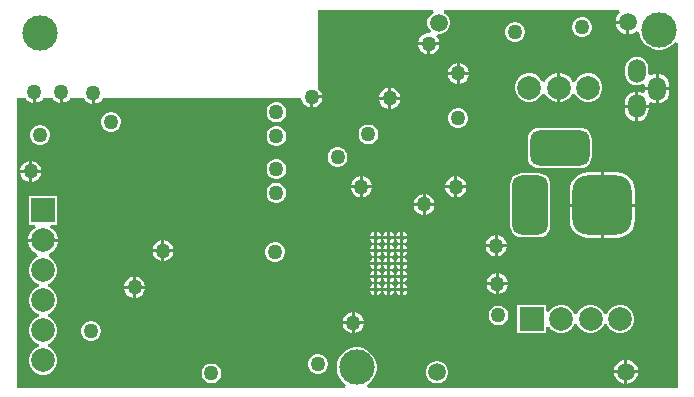
<source format=gbr>
%TF.GenerationSoftware,Altium Limited,Altium Designer,23.4.1 (23)*%
G04 Layer_Physical_Order=3*
G04 Layer_Color=16440176*
%FSLAX45Y45*%
%MOMM*%
%TF.SameCoordinates,95043EA5-DFE4-4E97-A360-3BE786514F03*%
%TF.FilePolarity,Positive*%
%TF.FileFunction,Copper,L3,Inr,Signal*%
%TF.Part,Single*%
G01*
G75*
%TA.AperFunction,ComponentPad*%
%ADD26C,2.00000*%
%ADD27R,2.00000X2.00000*%
%TA.AperFunction,ViaPad*%
%ADD28C,3.00000*%
%TA.AperFunction,ComponentPad*%
%ADD29O,1.50000X1.52400*%
%ADD30C,1.50000*%
%ADD31O,1.50000X2.00000*%
G04:AMPARAMS|DCode=32|XSize=5mm|YSize=3mm|CornerRadius=0.75mm|HoleSize=0mm|Usage=FLASHONLY|Rotation=180.000|XOffset=0mm|YOffset=0mm|HoleType=Round|Shape=RoundedRectangle|*
%AMROUNDEDRECTD32*
21,1,5.00000,1.50000,0,0,180.0*
21,1,3.50000,3.00000,0,0,180.0*
1,1,1.50000,-1.75000,0.75000*
1,1,1.50000,1.75000,0.75000*
1,1,1.50000,1.75000,-0.75000*
1,1,1.50000,-1.75000,-0.75000*
%
%ADD32ROUNDEDRECTD32*%
G04:AMPARAMS|DCode=33|XSize=3mm|YSize=5mm|CornerRadius=0.75mm|HoleSize=0mm|Usage=FLASHONLY|Rotation=180.000|XOffset=0mm|YOffset=0mm|HoleType=Round|Shape=RoundedRectangle|*
%AMROUNDEDRECTD33*
21,1,3.00000,3.50000,0,0,180.0*
21,1,1.50000,5.00000,0,0,180.0*
1,1,1.50000,-0.75000,1.75000*
1,1,1.50000,0.75000,1.75000*
1,1,1.50000,0.75000,-1.75000*
1,1,1.50000,-0.75000,-1.75000*
%
%ADD33ROUNDEDRECTD33*%
G04:AMPARAMS|DCode=34|XSize=5mm|YSize=5mm|CornerRadius=1.25mm|HoleSize=0mm|Usage=FLASHONLY|Rotation=180.000|XOffset=0mm|YOffset=0mm|HoleType=Round|Shape=RoundedRectangle|*
%AMROUNDEDRECTD34*
21,1,5.00000,2.50000,0,0,180.0*
21,1,2.50000,5.00000,0,0,180.0*
1,1,2.50000,-1.25000,1.25000*
1,1,2.50000,1.25000,1.25000*
1,1,2.50000,1.25000,-1.25000*
1,1,2.50000,-1.25000,-1.25000*
%
%ADD34ROUNDEDRECTD34*%
%ADD35R,2.00000X2.00000*%
%TA.AperFunction,ViaPad*%
%ADD36C,1.27000*%
%ADD37C,0.50000*%
G36*
X5161032Y3225000D02*
X5151483Y3217673D01*
X5135390Y3196700D01*
X5125274Y3172277D01*
X5123337Y3157567D01*
X5223089D01*
Y3144867D01*
X5235789D01*
Y3044072D01*
X5249299Y3045851D01*
X5273722Y3055967D01*
X5294696Y3072060D01*
X5295000Y3072457D01*
X5320000Y3063971D01*
Y3063257D01*
X5326533Y3030413D01*
X5339348Y2999475D01*
X5357952Y2971632D01*
X5381631Y2947953D01*
X5409475Y2929348D01*
X5440413Y2916533D01*
X5473257Y2910000D01*
X5506743D01*
X5539587Y2916533D01*
X5570525Y2929348D01*
X5598369Y2947953D01*
X5622047Y2971632D01*
X5625000Y2976050D01*
X5650000Y2968467D01*
Y50000D01*
X3026567D01*
X3018984Y75000D01*
X3038369Y87953D01*
X3062047Y111631D01*
X3080652Y139475D01*
X3093467Y170413D01*
X3100000Y203257D01*
Y236743D01*
X3093467Y269587D01*
X3080652Y300525D01*
X3062047Y328369D01*
X3038369Y352048D01*
X3010525Y370652D01*
X2979587Y383467D01*
X2946743Y390000D01*
X2913257D01*
X2880413Y383467D01*
X2849475Y370652D01*
X2821631Y352048D01*
X2797952Y328369D01*
X2779348Y300525D01*
X2766533Y269587D01*
X2760000Y236743D01*
Y203257D01*
X2766533Y170413D01*
X2779348Y139475D01*
X2797952Y111631D01*
X2821631Y87953D01*
X2841016Y75000D01*
X2833433Y50000D01*
X50000D01*
Y2500000D01*
X126215D01*
X128862Y2495414D01*
X145414Y2478862D01*
X165686Y2467158D01*
X187300Y2461367D01*
Y2550000D01*
X212700D01*
Y2461367D01*
X234314Y2467158D01*
X254586Y2478862D01*
X271138Y2495414D01*
X273786Y2500000D01*
X356214D01*
X358862Y2495414D01*
X375414Y2478862D01*
X395686Y2467158D01*
X417300Y2461367D01*
Y2550000D01*
X442700D01*
Y2461367D01*
X464314Y2467158D01*
X484586Y2478862D01*
X501138Y2495414D01*
X503785Y2500000D01*
X620441D01*
X628862Y2485414D01*
X645414Y2468862D01*
X665686Y2457158D01*
X687300Y2451367D01*
Y2540000D01*
X712700D01*
Y2451367D01*
X734314Y2457158D01*
X754586Y2468862D01*
X771138Y2485414D01*
X779559Y2500000D01*
X2461100D01*
Y2498296D01*
X2467158Y2475686D01*
X2478862Y2455414D01*
X2495414Y2438862D01*
X2515686Y2427158D01*
X2537300Y2421367D01*
Y2510000D01*
X2550000D01*
Y2522700D01*
X2638633D01*
X2632842Y2544314D01*
X2621138Y2564586D01*
X2604586Y2581138D01*
X2600000Y2583786D01*
Y3250000D01*
X3573616D01*
X3580314Y3225000D01*
X3564758Y3216019D01*
X3547071Y3198331D01*
X3534564Y3176669D01*
X3528089Y3152507D01*
Y3127493D01*
X3534564Y3103332D01*
X3547071Y3081669D01*
X3555980Y3072759D01*
X3555177Y3068275D01*
X3544484Y3048900D01*
X3528296D01*
X3505686Y3042842D01*
X3485414Y3031138D01*
X3468862Y3014586D01*
X3457158Y2994314D01*
X3451367Y2972700D01*
X3628633D01*
X3622842Y2994314D01*
X3611138Y3014586D01*
X3604783Y3020940D01*
X3607258Y3031208D01*
X3616079Y3045000D01*
X3635596D01*
X3659758Y3051474D01*
X3681420Y3063981D01*
X3699108Y3081669D01*
X3711615Y3103332D01*
X3718089Y3127493D01*
Y3152507D01*
X3711615Y3176669D01*
X3699108Y3198331D01*
X3681420Y3216019D01*
X3665864Y3225000D01*
X3672563Y3250000D01*
X5152546D01*
X5161032Y3225000D01*
D02*
G37*
%LPC*%
G36*
X5210389Y3132167D02*
X5123337D01*
X5125274Y3117457D01*
X5135390Y3093033D01*
X5151483Y3072060D01*
X5172456Y3055967D01*
X5196880Y3045851D01*
X5210389Y3044072D01*
Y3132167D01*
D02*
G37*
G36*
X4850993Y3183500D02*
X4829007D01*
X4807770Y3177809D01*
X4788730Y3166817D01*
X4773183Y3151270D01*
X4762190Y3132230D01*
X4756500Y3110993D01*
Y3089007D01*
X4762190Y3067770D01*
X4773183Y3048730D01*
X4788730Y3033183D01*
X4807770Y3022190D01*
X4829007Y3016500D01*
X4850993D01*
X4872230Y3022190D01*
X4891270Y3033183D01*
X4906817Y3048730D01*
X4917810Y3067770D01*
X4923500Y3089007D01*
Y3110993D01*
X4917810Y3132230D01*
X4906817Y3151270D01*
X4891270Y3166817D01*
X4872230Y3177809D01*
X4850993Y3183500D01*
D02*
G37*
G36*
X4280993Y3143500D02*
X4259007D01*
X4237770Y3137810D01*
X4218730Y3126817D01*
X4203183Y3111270D01*
X4192190Y3092230D01*
X4186500Y3070993D01*
Y3049007D01*
X4192190Y3027770D01*
X4203183Y3008730D01*
X4218730Y2993183D01*
X4237770Y2982190D01*
X4259007Y2976500D01*
X4280993D01*
X4302230Y2982190D01*
X4321270Y2993183D01*
X4336817Y3008730D01*
X4347810Y3027770D01*
X4353500Y3049007D01*
Y3070993D01*
X4347810Y3092230D01*
X4336817Y3111270D01*
X4321270Y3126817D01*
X4302230Y3137810D01*
X4280993Y3143500D01*
D02*
G37*
G36*
X3628633Y2947300D02*
X3552700D01*
Y2871367D01*
X3574314Y2877158D01*
X3594586Y2888862D01*
X3611138Y2905414D01*
X3622842Y2925686D01*
X3628633Y2947300D01*
D02*
G37*
G36*
X3527300D02*
X3451367D01*
X3457158Y2925686D01*
X3468862Y2905414D01*
X3485414Y2888862D01*
X3505686Y2877158D01*
X3527300Y2871367D01*
Y2947300D01*
D02*
G37*
G36*
X3802700Y2798633D02*
Y2722700D01*
X3878633D01*
X3872842Y2744314D01*
X3861138Y2764586D01*
X3844586Y2781138D01*
X3824314Y2792842D01*
X3802700Y2798633D01*
D02*
G37*
G36*
X3777300D02*
X3755686Y2792842D01*
X3735414Y2781138D01*
X3718862Y2764586D01*
X3707158Y2744314D01*
X3701367Y2722700D01*
X3777300D01*
Y2798633D01*
D02*
G37*
G36*
X4627300Y2715400D02*
X4623491D01*
X4591598Y2706854D01*
X4563003Y2690345D01*
X4539655Y2666997D01*
X4525804Y2643006D01*
X4516312Y2640359D01*
X4512263Y2640143D01*
X4498328Y2642372D01*
X4486024Y2663682D01*
X4463682Y2686024D01*
X4436319Y2701822D01*
X4405798Y2710000D01*
X4374202D01*
X4343682Y2701822D01*
X4316318Y2686024D01*
X4293976Y2663682D01*
X4278178Y2636318D01*
X4270000Y2605798D01*
Y2574202D01*
X4278178Y2543681D01*
X4293976Y2516318D01*
X4316318Y2493976D01*
X4343682Y2478178D01*
X4374202Y2470000D01*
X4405798D01*
X4436319Y2478178D01*
X4463682Y2493976D01*
X4486024Y2516318D01*
X4498328Y2537628D01*
X4512263Y2539857D01*
X4516312Y2539641D01*
X4525804Y2536994D01*
X4539655Y2513003D01*
X4563003Y2489655D01*
X4591598Y2473146D01*
X4623491Y2464600D01*
X4627300D01*
Y2590000D01*
Y2715400D01*
D02*
G37*
G36*
X3878633Y2697300D02*
X3802700D01*
Y2621367D01*
X3824314Y2627158D01*
X3844586Y2638862D01*
X3861138Y2655414D01*
X3872842Y2675686D01*
X3878633Y2697300D01*
D02*
G37*
G36*
X3777300D02*
X3701367D01*
X3707158Y2675686D01*
X3718862Y2655414D01*
X3735414Y2638862D01*
X3755686Y2627158D01*
X3777300Y2621367D01*
Y2697300D01*
D02*
G37*
G36*
X5487699Y2704595D02*
Y2592700D01*
X5576266D01*
Y2605000D01*
X5572816Y2631210D01*
X5562699Y2655633D01*
X5546606Y2676607D01*
X5525633Y2692699D01*
X5501210Y2702816D01*
X5487699Y2704595D01*
D02*
G37*
G36*
X5300000Y2850820D02*
X5275200Y2847555D01*
X5252090Y2837982D01*
X5232245Y2822755D01*
X5217018Y2802910D01*
X5207445Y2779800D01*
X5204180Y2755000D01*
Y2705000D01*
X5207445Y2680200D01*
X5217018Y2657090D01*
X5232245Y2637245D01*
X5252090Y2622018D01*
X5275200Y2612445D01*
X5300000Y2609180D01*
X5324800Y2612445D01*
X5347910Y2622018D01*
X5351078Y2624449D01*
X5374513Y2610920D01*
X5373734Y2605000D01*
Y2592700D01*
X5462299D01*
Y2704595D01*
X5448790Y2702816D01*
X5424367Y2692699D01*
X5418859Y2688473D01*
X5395425Y2702003D01*
X5395819Y2705000D01*
Y2755000D01*
X5392554Y2779800D01*
X5382982Y2802910D01*
X5367754Y2822755D01*
X5347910Y2837982D01*
X5324800Y2847555D01*
X5300000Y2850820D01*
D02*
G37*
G36*
X5462299Y2567300D02*
X5373734D01*
Y2556486D01*
X5370122Y2553077D01*
X5350633Y2542700D01*
X5326210Y2552816D01*
X5312700Y2554595D01*
Y2442700D01*
X5401266D01*
Y2453515D01*
X5404878Y2456923D01*
X5424367Y2467301D01*
X5448790Y2457184D01*
X5462299Y2455406D01*
Y2567300D01*
D02*
G37*
G36*
X3222700Y2588633D02*
Y2512700D01*
X3298633D01*
X3292842Y2534314D01*
X3281138Y2554586D01*
X3264586Y2571138D01*
X3244314Y2582842D01*
X3222700Y2588633D01*
D02*
G37*
G36*
X3197300D02*
X3175686Y2582842D01*
X3155414Y2571138D01*
X3138862Y2554586D01*
X3127158Y2534314D01*
X3121367Y2512700D01*
X3197300D01*
Y2588633D01*
D02*
G37*
G36*
X4656509Y2715400D02*
X4652700D01*
Y2590000D01*
Y2464600D01*
X4656509D01*
X4688403Y2473146D01*
X4716997Y2489655D01*
X4740345Y2513003D01*
X4754196Y2536994D01*
X4763688Y2539641D01*
X4767737Y2539857D01*
X4781673Y2537628D01*
X4793976Y2516318D01*
X4816318Y2493976D01*
X4843682Y2478178D01*
X4874202Y2470000D01*
X4905798D01*
X4936319Y2478178D01*
X4963682Y2493976D01*
X4986024Y2516318D01*
X5001822Y2543681D01*
X5010000Y2574202D01*
Y2605798D01*
X5001822Y2636318D01*
X4986024Y2663682D01*
X4963682Y2686024D01*
X4936319Y2701822D01*
X4905798Y2710000D01*
X4874202D01*
X4843682Y2701822D01*
X4816318Y2686024D01*
X4793976Y2663682D01*
X4781673Y2642372D01*
X4767737Y2640143D01*
X4763688Y2640359D01*
X4754196Y2643006D01*
X4740345Y2666997D01*
X4716997Y2690345D01*
X4688403Y2706854D01*
X4656509Y2715400D01*
D02*
G37*
G36*
X5576266Y2567300D02*
X5487699D01*
Y2455406D01*
X5501210Y2457184D01*
X5525633Y2467301D01*
X5546606Y2483394D01*
X5562699Y2504367D01*
X5572816Y2528790D01*
X5576266Y2555000D01*
Y2567300D01*
D02*
G37*
G36*
X5287300Y2554595D02*
X5273790Y2552816D01*
X5249367Y2542700D01*
X5228394Y2526607D01*
X5212301Y2505634D01*
X5202184Y2481210D01*
X5198734Y2455000D01*
Y2442700D01*
X5287300D01*
Y2554595D01*
D02*
G37*
G36*
X2638633Y2497300D02*
X2562700D01*
Y2421367D01*
X2584314Y2427158D01*
X2604586Y2438862D01*
X2621138Y2455414D01*
X2632842Y2475686D01*
X2638633Y2497300D01*
D02*
G37*
G36*
X3298633Y2487300D02*
X3222700D01*
Y2411367D01*
X3244314Y2417158D01*
X3264586Y2428862D01*
X3281138Y2445414D01*
X3292842Y2465686D01*
X3298633Y2487300D01*
D02*
G37*
G36*
X3197300D02*
X3121367D01*
X3127158Y2465686D01*
X3138862Y2445414D01*
X3155414Y2428862D01*
X3175686Y2417158D01*
X3197300Y2411367D01*
Y2487300D01*
D02*
G37*
G36*
X5401266Y2417300D02*
X5312700D01*
Y2305406D01*
X5326210Y2307184D01*
X5350633Y2317301D01*
X5371606Y2333394D01*
X5387699Y2354367D01*
X5397815Y2378790D01*
X5401266Y2405000D01*
Y2417300D01*
D02*
G37*
G36*
X5287300D02*
X5198734D01*
Y2405000D01*
X5202184Y2378790D01*
X5212301Y2354367D01*
X5228394Y2333394D01*
X5249367Y2317301D01*
X5273790Y2307184D01*
X5287300Y2305406D01*
Y2417300D01*
D02*
G37*
G36*
X2260993Y2463500D02*
X2239007D01*
X2217770Y2457810D01*
X2198730Y2446817D01*
X2183183Y2431270D01*
X2172190Y2412230D01*
X2166500Y2390993D01*
Y2369007D01*
X2172190Y2347770D01*
X2183183Y2328730D01*
X2198730Y2313183D01*
X2217770Y2302190D01*
X2239007Y2296500D01*
X2260993D01*
X2282230Y2302190D01*
X2301270Y2313183D01*
X2316817Y2328730D01*
X2327810Y2347770D01*
X2333500Y2369007D01*
Y2390993D01*
X2327810Y2412230D01*
X2316817Y2431270D01*
X2301270Y2446817D01*
X2282230Y2457810D01*
X2260993Y2463500D01*
D02*
G37*
G36*
X3800993Y2413500D02*
X3779007D01*
X3757770Y2407810D01*
X3738730Y2396817D01*
X3723183Y2381270D01*
X3712190Y2362230D01*
X3706500Y2340993D01*
Y2319007D01*
X3712190Y2297770D01*
X3723183Y2278730D01*
X3738730Y2263183D01*
X3757770Y2252190D01*
X3779007Y2246500D01*
X3800993D01*
X3822230Y2252190D01*
X3841270Y2263183D01*
X3856817Y2278730D01*
X3867810Y2297770D01*
X3873500Y2319007D01*
Y2340993D01*
X3867810Y2362230D01*
X3856817Y2381270D01*
X3841270Y2396817D01*
X3822230Y2407810D01*
X3800993Y2413500D01*
D02*
G37*
G36*
X860993Y2383500D02*
X839007D01*
X817770Y2377810D01*
X798730Y2366817D01*
X783183Y2351270D01*
X772190Y2332230D01*
X766500Y2310993D01*
Y2289007D01*
X772190Y2267770D01*
X783183Y2248730D01*
X798730Y2233183D01*
X817770Y2222190D01*
X839007Y2216500D01*
X860993D01*
X882230Y2222190D01*
X901270Y2233183D01*
X916817Y2248730D01*
X927810Y2267770D01*
X933500Y2289007D01*
Y2310993D01*
X927810Y2332230D01*
X916817Y2351270D01*
X901270Y2366817D01*
X882230Y2377810D01*
X860993Y2383500D01*
D02*
G37*
G36*
X3039899Y2277048D02*
X3017914D01*
X2996677Y2271357D01*
X2977636Y2260365D01*
X2962090Y2244818D01*
X2951097Y2225778D01*
X2945407Y2204541D01*
Y2182555D01*
X2951097Y2161318D01*
X2962090Y2142278D01*
X2977636Y2126731D01*
X2996677Y2115738D01*
X3017914Y2110048D01*
X3039899D01*
X3061136Y2115738D01*
X3080177Y2126731D01*
X3095723Y2142278D01*
X3106716Y2161318D01*
X3112407Y2182555D01*
Y2204541D01*
X3106716Y2225778D01*
X3095723Y2244818D01*
X3080177Y2260365D01*
X3061136Y2271357D01*
X3039899Y2277048D01*
D02*
G37*
G36*
X260993Y2273500D02*
X239007D01*
X217770Y2267810D01*
X198730Y2256817D01*
X183183Y2241270D01*
X172190Y2222230D01*
X166500Y2200993D01*
Y2179007D01*
X172190Y2157770D01*
X183183Y2138730D01*
X198730Y2123183D01*
X217770Y2112190D01*
X239007Y2106500D01*
X260993D01*
X282230Y2112190D01*
X301270Y2123183D01*
X316817Y2138730D01*
X327810Y2157770D01*
X333500Y2179007D01*
Y2200993D01*
X327810Y2222230D01*
X316817Y2241270D01*
X301270Y2256817D01*
X282230Y2267810D01*
X260993Y2273500D01*
D02*
G37*
G36*
X2260993Y2263500D02*
X2239007D01*
X2217770Y2257810D01*
X2198730Y2246817D01*
X2183183Y2231270D01*
X2172190Y2212230D01*
X2166500Y2190993D01*
Y2169007D01*
X2172190Y2147770D01*
X2183183Y2128730D01*
X2198730Y2113183D01*
X2217770Y2102190D01*
X2239007Y2096500D01*
X2260993D01*
X2282230Y2102190D01*
X2301270Y2113183D01*
X2316817Y2128730D01*
X2327810Y2147770D01*
X2333500Y2169007D01*
Y2190993D01*
X2327810Y2212230D01*
X2316817Y2231270D01*
X2301270Y2246817D01*
X2282230Y2257810D01*
X2260993Y2263500D01*
D02*
G37*
G36*
X2778493Y2086000D02*
X2756507D01*
X2735270Y2080310D01*
X2716230Y2069317D01*
X2700683Y2053770D01*
X2689690Y2034730D01*
X2684000Y2013493D01*
Y1991507D01*
X2689690Y1970270D01*
X2700683Y1951230D01*
X2716230Y1935683D01*
X2735270Y1924690D01*
X2756507Y1919000D01*
X2778493D01*
X2799730Y1924690D01*
X2818770Y1935683D01*
X2834317Y1951230D01*
X2845310Y1970270D01*
X2851000Y1991507D01*
Y2013493D01*
X2845310Y2034730D01*
X2834317Y2053770D01*
X2818770Y2069317D01*
X2799730Y2080310D01*
X2778493Y2086000D01*
D02*
G37*
G36*
X4824998Y2247696D02*
X4474998D01*
X4450198Y2244431D01*
X4427088Y2234858D01*
X4407243Y2219631D01*
X4392016Y2199786D01*
X4382443Y2176676D01*
X4379178Y2151876D01*
Y2001876D01*
X4382443Y1977076D01*
X4392016Y1953966D01*
X4407243Y1934121D01*
X4427088Y1918894D01*
X4450198Y1909321D01*
X4474998Y1906056D01*
X4824998D01*
X4849798Y1909321D01*
X4872908Y1918894D01*
X4892753Y1934121D01*
X4907980Y1953966D01*
X4917553Y1977076D01*
X4920818Y2001876D01*
Y2151876D01*
X4917553Y2176676D01*
X4907980Y2199786D01*
X4892753Y2219631D01*
X4872908Y2234858D01*
X4849798Y2244431D01*
X4824998Y2247696D01*
D02*
G37*
G36*
X182700Y1968633D02*
Y1892700D01*
X258633D01*
X252842Y1914314D01*
X241138Y1934586D01*
X224586Y1951138D01*
X204314Y1962842D01*
X182700Y1968633D01*
D02*
G37*
G36*
X157300D02*
X135686Y1962842D01*
X115414Y1951138D01*
X98862Y1934586D01*
X87158Y1914314D01*
X81367Y1892700D01*
X157300D01*
Y1968633D01*
D02*
G37*
G36*
X2260993Y1983500D02*
X2239007D01*
X2217770Y1977810D01*
X2198730Y1966817D01*
X2183183Y1951270D01*
X2172190Y1932230D01*
X2166500Y1910993D01*
Y1889007D01*
X2172190Y1867770D01*
X2183183Y1848730D01*
X2198730Y1833183D01*
X2217770Y1822190D01*
X2239007Y1816500D01*
X2260993D01*
X2282230Y1822190D01*
X2301270Y1833183D01*
X2316817Y1848730D01*
X2327810Y1867770D01*
X2333500Y1889007D01*
Y1910993D01*
X2327810Y1932230D01*
X2316817Y1951270D01*
X2301270Y1966817D01*
X2282230Y1977810D01*
X2260993Y1983500D01*
D02*
G37*
G36*
X258633Y1867300D02*
X182700D01*
Y1791367D01*
X204314Y1797158D01*
X224586Y1808862D01*
X241138Y1825414D01*
X252842Y1845686D01*
X258633Y1867300D01*
D02*
G37*
G36*
X157300D02*
X81367D01*
X87158Y1845686D01*
X98862Y1825414D01*
X115414Y1808862D01*
X135686Y1797158D01*
X157300Y1791367D01*
Y1867300D01*
D02*
G37*
G36*
X2982700Y1838633D02*
Y1762700D01*
X3058633D01*
X3052841Y1784314D01*
X3041138Y1804586D01*
X3024586Y1821138D01*
X3004314Y1832842D01*
X2982700Y1838633D01*
D02*
G37*
G36*
X2957300D02*
X2935686Y1832842D01*
X2915414Y1821138D01*
X2898862Y1804586D01*
X2887158Y1784314D01*
X2881367Y1762700D01*
X2957300D01*
Y1838633D01*
D02*
G37*
G36*
X3782700Y1837133D02*
Y1761200D01*
X3858633D01*
X3852842Y1782814D01*
X3841138Y1803086D01*
X3824586Y1819638D01*
X3804314Y1831342D01*
X3782700Y1837133D01*
D02*
G37*
G36*
X3757300D02*
X3735686Y1831342D01*
X3715414Y1819638D01*
X3698862Y1803086D01*
X3687158Y1782814D01*
X3681367Y1761200D01*
X3757300D01*
Y1837133D01*
D02*
G37*
G36*
X3058633Y1737300D02*
X2982700D01*
Y1661367D01*
X3004314Y1667158D01*
X3024586Y1678862D01*
X3041138Y1695414D01*
X3052841Y1715686D01*
X3058633Y1737300D01*
D02*
G37*
G36*
X2957300D02*
X2881367D01*
X2887158Y1715686D01*
X2898862Y1695414D01*
X2915414Y1678862D01*
X2935686Y1667158D01*
X2957300Y1661367D01*
Y1737300D01*
D02*
G37*
G36*
X3858633Y1735800D02*
X3782700D01*
Y1659867D01*
X3804314Y1665658D01*
X3824586Y1677362D01*
X3841138Y1693914D01*
X3852842Y1714186D01*
X3858633Y1735800D01*
D02*
G37*
G36*
X3757300D02*
X3681367D01*
X3687158Y1714186D01*
X3698862Y1693914D01*
X3715414Y1677362D01*
X3735686Y1665658D01*
X3757300Y1659867D01*
Y1735800D01*
D02*
G37*
G36*
X2260993Y1783500D02*
X2239007D01*
X2217770Y1777809D01*
X2198730Y1766817D01*
X2183183Y1751270D01*
X2172190Y1732230D01*
X2166500Y1710993D01*
Y1689007D01*
X2172190Y1667770D01*
X2183183Y1648730D01*
X2198730Y1633183D01*
X2217770Y1622190D01*
X2239007Y1616500D01*
X2260993D01*
X2282230Y1622190D01*
X2301270Y1633183D01*
X2316817Y1648730D01*
X2327810Y1667770D01*
X2333500Y1689007D01*
Y1710993D01*
X2327810Y1732230D01*
X2316817Y1751270D01*
X2301270Y1766817D01*
X2282230Y1777809D01*
X2260993Y1783500D01*
D02*
G37*
G36*
X3512700Y1688633D02*
Y1612700D01*
X3588633D01*
X3582842Y1634314D01*
X3571138Y1654586D01*
X3554586Y1671138D01*
X3534314Y1682842D01*
X3512700Y1688633D01*
D02*
G37*
G36*
X3487300D02*
X3465686Y1682842D01*
X3445414Y1671138D01*
X3428862Y1654586D01*
X3417159Y1634314D01*
X3411367Y1612700D01*
X3487300D01*
Y1688633D01*
D02*
G37*
G36*
X5134998Y1871074D02*
X5022698D01*
Y1607077D01*
X5286696D01*
Y1719376D01*
X5281527Y1758638D01*
X5266372Y1795225D01*
X5242264Y1826643D01*
X5210847Y1850750D01*
X5174260Y1865905D01*
X5134998Y1871074D01*
D02*
G37*
G36*
X4997298D02*
X4884998D01*
X4845736Y1865905D01*
X4809149Y1850750D01*
X4777731Y1826643D01*
X4753624Y1795225D01*
X4738469Y1758638D01*
X4733300Y1719376D01*
Y1607077D01*
X4997298D01*
Y1871074D01*
D02*
G37*
G36*
X3588633Y1587300D02*
X3512700D01*
Y1511367D01*
X3534314Y1517159D01*
X3554586Y1528862D01*
X3571138Y1545414D01*
X3582842Y1565686D01*
X3588633Y1587300D01*
D02*
G37*
G36*
X3487300D02*
X3411367D01*
X3417159Y1565686D01*
X3428862Y1545414D01*
X3445414Y1528862D01*
X3465686Y1517159D01*
X3487300Y1511367D01*
Y1587300D01*
D02*
G37*
G36*
X3322699Y1369290D02*
Y1332698D01*
X3359291D01*
X3352726Y1348548D01*
X3338549Y1362725D01*
X3322699Y1369290D01*
D02*
G37*
G36*
X3297299D02*
X3281450Y1362725D01*
X3267272Y1348548D01*
X3260707Y1332698D01*
X3297299D01*
Y1369290D01*
D02*
G37*
G36*
X3212702D02*
Y1332698D01*
X3249294D01*
X3242729Y1348548D01*
X3228551Y1362725D01*
X3212702Y1369290D01*
D02*
G37*
G36*
X3187302D02*
X3171453Y1362725D01*
X3157275Y1348548D01*
X3150710Y1332698D01*
X3187302D01*
Y1369290D01*
D02*
G37*
G36*
X3102700D02*
Y1332698D01*
X3139292D01*
X3132727Y1348548D01*
X3118549Y1362725D01*
X3102700Y1369290D01*
D02*
G37*
G36*
X3077300D02*
X3061450Y1362725D01*
X3047273Y1348548D01*
X3040708Y1332698D01*
X3077300D01*
Y1369290D01*
D02*
G37*
G36*
X4474997Y1865196D02*
X4324998D01*
X4300198Y1861931D01*
X4277088Y1852358D01*
X4257243Y1837131D01*
X4242015Y1817286D01*
X4232443Y1794176D01*
X4229178Y1769376D01*
Y1419376D01*
X4232443Y1394576D01*
X4242015Y1371466D01*
X4257243Y1351621D01*
X4277088Y1336394D01*
X4300198Y1326821D01*
X4324998Y1323556D01*
X4474997D01*
X4499797Y1326821D01*
X4522907Y1336394D01*
X4542752Y1351621D01*
X4557980Y1371466D01*
X4567552Y1394576D01*
X4570817Y1419376D01*
Y1769376D01*
X4567552Y1794176D01*
X4557980Y1817286D01*
X4542752Y1837131D01*
X4522907Y1852358D01*
X4499797Y1861931D01*
X4474997Y1865196D01*
D02*
G37*
G36*
X5286696Y1581677D02*
X5022698D01*
Y1317678D01*
X5134998D01*
X5174260Y1322847D01*
X5210847Y1338002D01*
X5242264Y1362110D01*
X5266372Y1393527D01*
X5281527Y1430114D01*
X5286696Y1469376D01*
Y1581677D01*
D02*
G37*
G36*
X4997298D02*
X4733300D01*
Y1469376D01*
X4738469Y1430114D01*
X4753624Y1393527D01*
X4777731Y1362110D01*
X4809149Y1338002D01*
X4845736Y1322847D01*
X4884998Y1317678D01*
X4997298D01*
Y1581677D01*
D02*
G37*
G36*
X395002Y1670004D02*
X155002D01*
Y1430004D01*
X206297D01*
X212995Y1405004D01*
X198004Y1396349D01*
X174657Y1373001D01*
X158148Y1344407D01*
X149602Y1312513D01*
Y1308704D01*
X275002D01*
X400402D01*
Y1312513D01*
X391856Y1344407D01*
X375347Y1373001D01*
X351999Y1396349D01*
X337008Y1405004D01*
X343707Y1430004D01*
X395002D01*
Y1670004D01*
D02*
G37*
G36*
X3359291Y1307298D02*
X3322699D01*
Y1270706D01*
X3338549Y1277272D01*
X3352726Y1291449D01*
X3359291Y1307298D01*
D02*
G37*
G36*
X3297299D02*
X3260707D01*
X3267272Y1291449D01*
X3281450Y1277272D01*
X3297299Y1270706D01*
Y1307298D01*
D02*
G37*
G36*
X3249294D02*
X3212702D01*
Y1270706D01*
X3228551Y1277272D01*
X3242729Y1291449D01*
X3249294Y1307298D01*
D02*
G37*
G36*
X3187302D02*
X3150710D01*
X3157275Y1291449D01*
X3171453Y1277272D01*
X3187302Y1270706D01*
Y1307298D01*
D02*
G37*
G36*
X3139292D02*
X3102700D01*
Y1270706D01*
X3118549Y1277272D01*
X3132727Y1291449D01*
X3139292Y1307298D01*
D02*
G37*
G36*
X3077300D02*
X3040708D01*
X3047273Y1291449D01*
X3061450Y1277272D01*
X3077300Y1270706D01*
Y1307298D01*
D02*
G37*
G36*
X4122700Y1338633D02*
Y1262700D01*
X4198633D01*
X4192841Y1284314D01*
X4181138Y1304586D01*
X4164586Y1321138D01*
X4144314Y1332842D01*
X4122700Y1338633D01*
D02*
G37*
G36*
X4097300D02*
X4075686Y1332842D01*
X4055414Y1321138D01*
X4038862Y1304586D01*
X4027158Y1284314D01*
X4021367Y1262700D01*
X4097300D01*
Y1338633D01*
D02*
G37*
G36*
X3322699Y1259293D02*
Y1222701D01*
X3359291D01*
X3352726Y1238550D01*
X3340328Y1250949D01*
D01*
X3338549Y1252728D01*
X3322699Y1259293D01*
D02*
G37*
G36*
X3297299D02*
X3281450Y1252728D01*
X3267272Y1238550D01*
X3260707Y1222701D01*
X3297299D01*
Y1259293D01*
D02*
G37*
G36*
X3212702D02*
Y1222701D01*
X3249294D01*
X3242729Y1238550D01*
X3228551Y1252728D01*
X3212702Y1259293D01*
D02*
G37*
G36*
X3187302D02*
X3171453Y1252728D01*
X3157275Y1238550D01*
X3150710Y1222701D01*
X3187302D01*
Y1259293D01*
D02*
G37*
G36*
X3102700D02*
Y1222701D01*
X3139292D01*
X3132727Y1238550D01*
X3118549Y1252728D01*
X3102700Y1259293D01*
D02*
G37*
G36*
X3077300D02*
X3061450Y1252728D01*
X3047273Y1238550D01*
X3040708Y1222701D01*
X3077300D01*
Y1259293D01*
D02*
G37*
G36*
X1302700Y1298633D02*
Y1222700D01*
X1378633D01*
X1372842Y1244314D01*
X1361138Y1264586D01*
X1344586Y1281138D01*
X1324314Y1292842D01*
X1302700Y1298633D01*
D02*
G37*
G36*
X1277300D02*
X1255686Y1292842D01*
X1235414Y1281138D01*
X1218862Y1264586D01*
X1207158Y1244314D01*
X1201367Y1222700D01*
X1277300D01*
Y1298633D01*
D02*
G37*
G36*
X4198633Y1237300D02*
X4122700D01*
Y1161367D01*
X4144314Y1167158D01*
X4164586Y1178862D01*
X4181138Y1195414D01*
X4192841Y1215686D01*
X4198633Y1237300D01*
D02*
G37*
G36*
X4097300D02*
X4021367D01*
X4027158Y1215686D01*
X4038862Y1195414D01*
X4055414Y1178862D01*
X4075686Y1167158D01*
X4097300Y1161367D01*
Y1237300D01*
D02*
G37*
G36*
X3359291Y1197301D02*
X3322699D01*
Y1160709D01*
X3338549Y1167274D01*
X3340324Y1169050D01*
D01*
X3352726Y1181452D01*
X3359291Y1197301D01*
D02*
G37*
G36*
X3297299D02*
X3260707D01*
X3267272Y1181452D01*
X3281450Y1167274D01*
X3297299Y1160709D01*
Y1197301D01*
D02*
G37*
G36*
X3249294D02*
X3212702D01*
Y1160709D01*
X3228551Y1167274D01*
X3242729Y1181452D01*
X3249294Y1197301D01*
D02*
G37*
G36*
X3187302D02*
X3150710D01*
X3157275Y1181452D01*
X3171453Y1167274D01*
X3187302Y1160709D01*
Y1197301D01*
D02*
G37*
G36*
X3139292D02*
X3102700D01*
Y1160709D01*
X3118549Y1167274D01*
X3132727Y1181452D01*
X3139292Y1197301D01*
D02*
G37*
G36*
X3077300D02*
X3040708D01*
X3047273Y1181452D01*
X3059675Y1169050D01*
D01*
X3061450Y1167274D01*
X3077300Y1160709D01*
Y1197301D01*
D02*
G37*
G36*
X1378633Y1197300D02*
X1302700D01*
Y1121367D01*
X1324314Y1127159D01*
X1344586Y1138862D01*
X1361138Y1155414D01*
X1372842Y1175686D01*
X1378633Y1197300D01*
D02*
G37*
G36*
X1277300D02*
X1201367D01*
X1207158Y1175686D01*
X1218862Y1155414D01*
X1235414Y1138862D01*
X1255686Y1127159D01*
X1277300Y1121367D01*
Y1197300D01*
D02*
G37*
G36*
X2250993Y1283500D02*
X2229007D01*
X2207770Y1277809D01*
X2188730Y1266817D01*
X2173183Y1251270D01*
X2162190Y1232230D01*
X2156500Y1210993D01*
Y1189007D01*
X2162190Y1167770D01*
X2173183Y1148730D01*
X2188730Y1133183D01*
X2207770Y1122190D01*
X2229007Y1116500D01*
X2250993D01*
X2272230Y1122190D01*
X2291270Y1133183D01*
X2306817Y1148730D01*
X2317810Y1167770D01*
X2323500Y1189007D01*
Y1210993D01*
X2317810Y1232230D01*
X2306817Y1251270D01*
X2291270Y1266817D01*
X2272230Y1277809D01*
X2250993Y1283500D01*
D02*
G37*
G36*
X3322699Y1149291D02*
Y1112699D01*
X3359291D01*
X3352726Y1128548D01*
X3340324Y1140950D01*
D01*
X3338549Y1142726D01*
X3322699Y1149291D01*
D02*
G37*
G36*
X3297299D02*
X3281450Y1142726D01*
X3267272Y1128548D01*
X3260707Y1112699D01*
X3297299D01*
Y1149291D01*
D02*
G37*
G36*
X3212702D02*
Y1112699D01*
X3249294D01*
X3242729Y1128548D01*
X3228551Y1142726D01*
X3212702Y1149291D01*
D02*
G37*
G36*
X3187302D02*
X3171453Y1142726D01*
X3157275Y1128548D01*
X3150710Y1112699D01*
X3187302D01*
Y1149291D01*
D02*
G37*
G36*
X3102700D02*
Y1112699D01*
X3139292D01*
X3132727Y1128548D01*
X3118549Y1142726D01*
X3102700Y1149291D01*
D02*
G37*
G36*
X3077300D02*
X3061450Y1142726D01*
X3059675Y1140950D01*
D01*
X3057587Y1138862D01*
X3047273Y1128548D01*
X3040708Y1112699D01*
X3077300D01*
Y1149291D01*
D02*
G37*
G36*
X3359291Y1087299D02*
X3322699D01*
Y1050707D01*
X3338549Y1057272D01*
X3352726Y1071449D01*
X3359291Y1087299D01*
D02*
G37*
G36*
X3297299D02*
X3260707D01*
X3267272Y1071449D01*
X3281450Y1057272D01*
X3297299Y1050707D01*
Y1087299D01*
D02*
G37*
G36*
X3249294D02*
X3212702D01*
Y1050707D01*
X3228551Y1057272D01*
X3242729Y1071449D01*
X3249294Y1087299D01*
D02*
G37*
G36*
X3187302D02*
X3150710D01*
X3157275Y1071449D01*
X3171453Y1057272D01*
X3187302Y1050707D01*
Y1087299D01*
D02*
G37*
G36*
X3139292D02*
X3102700D01*
Y1050707D01*
X3118549Y1057272D01*
X3132727Y1071449D01*
X3139292Y1087299D01*
D02*
G37*
G36*
X3077300D02*
X3040708D01*
X3047273Y1071449D01*
X3061450Y1057272D01*
X3077300Y1050707D01*
Y1087299D01*
D02*
G37*
G36*
X3322699Y1039294D02*
Y1002702D01*
X3359291D01*
X3352726Y1018551D01*
X3340328Y1030949D01*
D01*
X3338549Y1032728D01*
X3322699Y1039294D01*
D02*
G37*
G36*
X3297299D02*
X3281450Y1032728D01*
X3267272Y1018551D01*
X3260707Y1002702D01*
X3297299D01*
Y1039294D01*
D02*
G37*
G36*
X3212702D02*
Y1002702D01*
X3249294D01*
X3242729Y1018551D01*
X3228551Y1032728D01*
X3212702Y1039294D01*
D02*
G37*
G36*
X3187302D02*
X3171453Y1032728D01*
X3157275Y1018551D01*
X3150710Y1002702D01*
X3187302D01*
Y1039294D01*
D02*
G37*
G36*
X3102700D02*
Y1002702D01*
X3139292D01*
X3132727Y1018551D01*
X3118549Y1032728D01*
X3102700Y1039294D01*
D02*
G37*
G36*
X3077300D02*
X3061450Y1032728D01*
X3047273Y1018551D01*
X3040708Y1002702D01*
X3077300D01*
Y1039294D01*
D02*
G37*
G36*
X4132700Y1018633D02*
Y942700D01*
X4208633D01*
X4202841Y964314D01*
X4191138Y984586D01*
X4174586Y1001138D01*
X4154314Y1012842D01*
X4132700Y1018633D01*
D02*
G37*
G36*
X4107300D02*
X4085686Y1012842D01*
X4065414Y1001138D01*
X4048862Y984586D01*
X4037158Y964314D01*
X4031367Y942700D01*
X4107300D01*
Y1018633D01*
D02*
G37*
G36*
X3359291Y977302D02*
X3322699D01*
Y940710D01*
X3338549Y947275D01*
X3340324Y949050D01*
D01*
X3352726Y961452D01*
X3359291Y977302D01*
D02*
G37*
G36*
X3297299D02*
X3260707D01*
X3267272Y961452D01*
X3281450Y947275D01*
X3297299Y940710D01*
Y977302D01*
D02*
G37*
G36*
X3249294D02*
X3212702D01*
Y940710D01*
X3228551Y947275D01*
X3242729Y961452D01*
X3249294Y977302D01*
D02*
G37*
G36*
X3187302D02*
X3150710D01*
X3157275Y961452D01*
X3171453Y947275D01*
X3187302Y940710D01*
Y977302D01*
D02*
G37*
G36*
X3139292D02*
X3102700D01*
Y940710D01*
X3118549Y947275D01*
X3132727Y961452D01*
X3139292Y977302D01*
D02*
G37*
G36*
X3077300D02*
X3040708D01*
X3047273Y961452D01*
X3059675Y949050D01*
D01*
X3061450Y947275D01*
X3077300Y940710D01*
Y977302D01*
D02*
G37*
G36*
X1062700Y988633D02*
Y912700D01*
X1138633D01*
X1132842Y934314D01*
X1121138Y954586D01*
X1104586Y971138D01*
X1084314Y982842D01*
X1062700Y988633D01*
D02*
G37*
G36*
X1037300D02*
X1015686Y982842D01*
X995414Y971138D01*
X978862Y954586D01*
X967158Y934314D01*
X961367Y912700D01*
X1037300D01*
Y988633D01*
D02*
G37*
G36*
X3322699Y929291D02*
Y892699D01*
X3359291D01*
X3352726Y908549D01*
X3340324Y920950D01*
D01*
X3338549Y922726D01*
X3322699Y929291D01*
D02*
G37*
G36*
X3297299D02*
X3281450Y922726D01*
X3267272Y908549D01*
X3260707Y892699D01*
X3297299D01*
Y929291D01*
D02*
G37*
G36*
X3212702D02*
Y892699D01*
X3249294D01*
X3242729Y908549D01*
X3228551Y922726D01*
X3212702Y929291D01*
D02*
G37*
G36*
X3187302D02*
X3171453Y922726D01*
X3157275Y908549D01*
X3150710Y892699D01*
X3187302D01*
Y929291D01*
D02*
G37*
G36*
X3102700D02*
Y892699D01*
X3139292D01*
X3132727Y908549D01*
X3118549Y922726D01*
X3102700Y929291D01*
D02*
G37*
G36*
X3077300D02*
X3061450Y922726D01*
X3059675Y920950D01*
D01*
X3056024Y917300D01*
X3047273Y908549D01*
X3040708Y892699D01*
X3077300D01*
Y929291D01*
D02*
G37*
G36*
X4208633Y917300D02*
X4132700D01*
Y841367D01*
X4154314Y847158D01*
X4174586Y858862D01*
X4191138Y875414D01*
X4202841Y895686D01*
X4208633Y917300D01*
D02*
G37*
G36*
X4107300D02*
X4031367D01*
X4037158Y895686D01*
X4048862Y875414D01*
X4065414Y858862D01*
X4085686Y847158D01*
X4107300Y841367D01*
Y917300D01*
D02*
G37*
G36*
X3359291Y867299D02*
X3322699D01*
Y830707D01*
X3338549Y837272D01*
X3352726Y851450D01*
X3359291Y867299D01*
D02*
G37*
G36*
X3297299D02*
X3260707D01*
X3267272Y851450D01*
X3281450Y837272D01*
X3297299Y830707D01*
Y867299D01*
D02*
G37*
G36*
X3249294D02*
X3212702D01*
Y830707D01*
X3228551Y837272D01*
X3232646Y841367D01*
X3242729Y851450D01*
X3249294Y867299D01*
D02*
G37*
G36*
X3187302D02*
X3150710D01*
X3157275Y851450D01*
X3171453Y837272D01*
X3187302Y830707D01*
Y867299D01*
D02*
G37*
G36*
X3139292D02*
X3102700D01*
Y830707D01*
X3118549Y837272D01*
X3122643Y841367D01*
X3132727Y851450D01*
X3139292Y867299D01*
D02*
G37*
G36*
X3077300D02*
X3040708D01*
X3047273Y851450D01*
X3061450Y837272D01*
X3077300Y830707D01*
Y867299D01*
D02*
G37*
G36*
X1138633Y887300D02*
X1062700D01*
Y811367D01*
X1084314Y817158D01*
X1104586Y828862D01*
X1121138Y845414D01*
X1132842Y865686D01*
X1138633Y887300D01*
D02*
G37*
G36*
X1037300D02*
X961367D01*
X967158Y865686D01*
X978862Y845414D01*
X995414Y828862D01*
X1015686Y817158D01*
X1037300Y811367D01*
Y887300D01*
D02*
G37*
G36*
X5175798Y750000D02*
X5144202D01*
X5113682Y741822D01*
X5086318Y726024D01*
X5063976Y703682D01*
X5048178Y676318D01*
X5047941Y675435D01*
X5022059D01*
X5021822Y676318D01*
X5006024Y703682D01*
X4983682Y726024D01*
X4956319Y741822D01*
X4925798Y750000D01*
X4894202D01*
X4863682Y741822D01*
X4836318Y726024D01*
X4813976Y703682D01*
X4798178Y676318D01*
X4797941Y675435D01*
X4772059D01*
X4771822Y676318D01*
X4756024Y703682D01*
X4733682Y726024D01*
X4706319Y741822D01*
X4675798Y750000D01*
X4644202D01*
X4613682Y741822D01*
X4586318Y726024D01*
X4563976Y703682D01*
X4555000Y688135D01*
X4530000Y694834D01*
Y750000D01*
X4290000D01*
Y510000D01*
X4530000D01*
Y565166D01*
X4555000Y571865D01*
X4563976Y556318D01*
X4586318Y533976D01*
X4613682Y518178D01*
X4644202Y510000D01*
X4675798D01*
X4706319Y518178D01*
X4733682Y533976D01*
X4756024Y556318D01*
X4771822Y583682D01*
X4772059Y584566D01*
X4797941D01*
X4798178Y583682D01*
X4813976Y556318D01*
X4836318Y533976D01*
X4863682Y518178D01*
X4894202Y510000D01*
X4925798D01*
X4956319Y518178D01*
X4983682Y533976D01*
X5006024Y556318D01*
X5021822Y583682D01*
X5022059Y584566D01*
X5047941D01*
X5048178Y583682D01*
X5063976Y556318D01*
X5086318Y533976D01*
X5113682Y518178D01*
X5144202Y510000D01*
X5175798D01*
X5206319Y518178D01*
X5233682Y533976D01*
X5256024Y556318D01*
X5271822Y583682D01*
X5280000Y614202D01*
Y645798D01*
X5271822Y676318D01*
X5256024Y703682D01*
X5233682Y726024D01*
X5206319Y741822D01*
X5175798Y750000D01*
D02*
G37*
G36*
X2912700Y688633D02*
Y612700D01*
X2988633D01*
X2982842Y634314D01*
X2971138Y654586D01*
X2954586Y671138D01*
X2934314Y682842D01*
X2912700Y688633D01*
D02*
G37*
G36*
X2887300D02*
X2865686Y682842D01*
X2845414Y671138D01*
X2828862Y654586D01*
X2817158Y634314D01*
X2811367Y612700D01*
X2887300D01*
Y688633D01*
D02*
G37*
G36*
X4140993Y743500D02*
X4119007D01*
X4097770Y737810D01*
X4078730Y726817D01*
X4063183Y711270D01*
X4052191Y692230D01*
X4046500Y670993D01*
Y649007D01*
X4052191Y627770D01*
X4063183Y608730D01*
X4078730Y593183D01*
X4097770Y582190D01*
X4119007Y576500D01*
X4140993D01*
X4162230Y582190D01*
X4181270Y593183D01*
X4196817Y608730D01*
X4207810Y627770D01*
X4213500Y649007D01*
Y670993D01*
X4207810Y692230D01*
X4196817Y711270D01*
X4181270Y726817D01*
X4162230Y737810D01*
X4140993Y743500D01*
D02*
G37*
G36*
X2988633Y587300D02*
X2912700D01*
Y511367D01*
X2934314Y517158D01*
X2954586Y528862D01*
X2971138Y545414D01*
X2982842Y565686D01*
X2988633Y587300D01*
D02*
G37*
G36*
X2887300D02*
X2811367D01*
X2817158Y565686D01*
X2828862Y545414D01*
X2845414Y528862D01*
X2865686Y517158D01*
X2887300Y511367D01*
Y587300D01*
D02*
G37*
G36*
X690993Y613500D02*
X669007D01*
X647770Y607810D01*
X628730Y596817D01*
X613183Y581270D01*
X602190Y562230D01*
X596500Y540993D01*
Y519007D01*
X602190Y497770D01*
X613183Y478730D01*
X628730Y463183D01*
X647770Y452190D01*
X669007Y446500D01*
X690993D01*
X712230Y452190D01*
X731270Y463183D01*
X746817Y478730D01*
X757810Y497770D01*
X763500Y519007D01*
Y540993D01*
X757810Y562230D01*
X746817Y581270D01*
X731270Y596817D01*
X712230Y607810D01*
X690993Y613500D01*
D02*
G37*
G36*
X5222700Y285661D02*
Y197567D01*
X5309752D01*
X5307816Y212276D01*
X5297699Y236700D01*
X5281606Y257673D01*
X5260633Y273766D01*
X5236210Y283882D01*
X5222700Y285661D01*
D02*
G37*
G36*
X5197300D02*
X5183790Y283882D01*
X5159367Y273766D01*
X5138394Y257673D01*
X5122301Y236700D01*
X5112184Y212276D01*
X5110248Y197567D01*
X5197300D01*
Y285661D01*
D02*
G37*
G36*
X2610993Y333500D02*
X2589007D01*
X2567770Y327810D01*
X2548730Y316817D01*
X2533183Y301270D01*
X2522190Y282230D01*
X2516500Y260993D01*
Y239007D01*
X2522190Y217770D01*
X2533183Y198730D01*
X2548730Y183183D01*
X2567770Y172190D01*
X2589007Y166500D01*
X2610993D01*
X2632230Y172190D01*
X2651270Y183183D01*
X2666817Y198730D01*
X2677809Y217770D01*
X2683500Y239007D01*
Y260993D01*
X2677809Y282230D01*
X2666817Y301270D01*
X2651270Y316817D01*
X2632230Y327810D01*
X2610993Y333500D01*
D02*
G37*
G36*
X400402Y1283304D02*
X275002D01*
X149602D01*
Y1279495D01*
X158148Y1247602D01*
X174657Y1219007D01*
X198004Y1195659D01*
X226599Y1179150D01*
X228348Y1157904D01*
X227362Y1153063D01*
X201320Y1138028D01*
X178978Y1115686D01*
X163180Y1088322D01*
X155002Y1057802D01*
Y1026206D01*
X163180Y995686D01*
X178978Y968322D01*
X201320Y945980D01*
X228683Y930182D01*
X237031Y927945D01*
Y902063D01*
X228683Y899826D01*
X201320Y884028D01*
X178978Y861686D01*
X163180Y834322D01*
X155002Y803802D01*
Y772206D01*
X163180Y741686D01*
X178978Y714322D01*
X201320Y691980D01*
X228683Y676182D01*
X237031Y673945D01*
Y648063D01*
X228683Y645826D01*
X201320Y630028D01*
X178978Y607686D01*
X163180Y580322D01*
X155002Y549802D01*
Y518206D01*
X163180Y487686D01*
X178978Y460322D01*
X201320Y437980D01*
X228683Y422182D01*
X237031Y419945D01*
Y394063D01*
X228683Y391826D01*
X201320Y376028D01*
X178978Y353686D01*
X163180Y326322D01*
X155002Y295802D01*
Y264206D01*
X163180Y233686D01*
X178978Y206322D01*
X201320Y183980D01*
X228683Y168182D01*
X259203Y160004D01*
X290800D01*
X321320Y168182D01*
X348684Y183980D01*
X371026Y206322D01*
X386824Y233686D01*
X395002Y264206D01*
Y295802D01*
X386824Y326322D01*
X371026Y353686D01*
X348684Y376028D01*
X321320Y391826D01*
X312972Y394063D01*
Y419945D01*
X321320Y422182D01*
X348684Y437980D01*
X371026Y460322D01*
X386824Y487686D01*
X395002Y518206D01*
Y549802D01*
X386824Y580322D01*
X371026Y607686D01*
X348684Y630028D01*
X321320Y645826D01*
X312972Y648063D01*
Y673945D01*
X321320Y676182D01*
X348684Y691980D01*
X371026Y714322D01*
X386824Y741686D01*
X395002Y772206D01*
Y803802D01*
X386824Y834322D01*
X371026Y861686D01*
X348684Y884028D01*
X321320Y899826D01*
X312972Y902063D01*
Y927945D01*
X321320Y930182D01*
X348684Y945980D01*
X371026Y968322D01*
X386824Y995686D01*
X395002Y1026206D01*
Y1057802D01*
X386824Y1088322D01*
X371026Y1115686D01*
X348684Y1138028D01*
X322641Y1153063D01*
X321656Y1157904D01*
X323404Y1179150D01*
X351999Y1195659D01*
X375347Y1219007D01*
X391856Y1247602D01*
X400402Y1279495D01*
Y1283304D01*
D02*
G37*
G36*
X1710993Y253500D02*
X1689007D01*
X1667770Y247810D01*
X1648730Y236817D01*
X1633183Y221270D01*
X1622190Y202230D01*
X1616500Y180993D01*
Y159007D01*
X1622190Y137770D01*
X1633183Y118730D01*
X1648730Y103183D01*
X1667770Y92190D01*
X1689007Y86500D01*
X1710993D01*
X1732230Y92190D01*
X1751270Y103183D01*
X1766817Y118730D01*
X1777809Y137770D01*
X1783500Y159007D01*
Y180993D01*
X1777809Y202230D01*
X1766817Y221270D01*
X1751270Y236817D01*
X1732230Y247810D01*
X1710993Y253500D01*
D02*
G37*
G36*
X3622507Y275000D02*
X3597493D01*
X3573331Y268525D01*
X3551669Y256019D01*
X3533981Y238331D01*
X3521474Y216668D01*
X3515000Y192507D01*
Y167493D01*
X3521474Y143331D01*
X3533981Y121669D01*
X3551669Y103981D01*
X3573331Y91474D01*
X3597493Y85000D01*
X3622507D01*
X3646668Y91474D01*
X3668331Y103981D01*
X3686019Y121669D01*
X3698525Y143331D01*
X3705000Y167493D01*
Y192507D01*
X3698525Y216668D01*
X3686019Y238331D01*
X3668331Y256019D01*
X3646668Y268525D01*
X3622507Y275000D01*
D02*
G37*
G36*
X5309752Y172167D02*
X5222700D01*
Y84072D01*
X5236210Y85851D01*
X5260633Y95967D01*
X5281606Y112060D01*
X5297699Y133033D01*
X5307816Y157457D01*
X5309752Y172167D01*
D02*
G37*
G36*
X5197300D02*
X5110248D01*
X5112184Y157457D01*
X5122301Y133033D01*
X5138394Y112060D01*
X5159367Y95967D01*
X5183790Y85851D01*
X5197300Y84072D01*
Y172167D01*
D02*
G37*
%LPD*%
D26*
X4660000Y630000D02*
D03*
X4910000D02*
D03*
X5160000D02*
D03*
X4640000Y2590000D02*
D03*
X4890000D02*
D03*
X4390000D02*
D03*
X275002Y1296004D02*
D03*
Y1042004D02*
D03*
Y788004D02*
D03*
Y534004D02*
D03*
Y280004D02*
D03*
D27*
X4410000Y630000D02*
D03*
D28*
X5490000Y3080000D02*
D03*
X2930000Y220000D02*
D03*
X250000Y3050000D02*
D03*
D29*
X5223089Y3144867D02*
D03*
X5210000Y184867D02*
D03*
D30*
X3623089Y3140000D02*
D03*
X3610000Y180000D02*
D03*
D31*
X5300000Y2430000D02*
D03*
Y2730000D02*
D03*
X5475000Y2580000D02*
D03*
D32*
X4649998Y2076876D02*
D03*
D33*
X4399998Y1594376D02*
D03*
D34*
X5009998D02*
D03*
D35*
X275002Y1550004D02*
D03*
D36*
X2970000Y1750000D02*
D03*
X4840000Y3100000D02*
D03*
X1290000Y1210000D02*
D03*
X2240000Y1200000D02*
D03*
X3790000Y2330000D02*
D03*
X4130000Y660000D02*
D03*
X3790000Y2710000D02*
D03*
X3770000Y1748500D02*
D03*
X3210000Y2500000D02*
D03*
X2900000Y600000D02*
D03*
X3500000Y1600000D02*
D03*
X4120000Y930000D02*
D03*
X4110000Y1250000D02*
D03*
X200000Y2550000D02*
D03*
X1700000Y170000D02*
D03*
X850000Y2300000D02*
D03*
X250000Y2190000D02*
D03*
X430000Y2550000D02*
D03*
X170000Y1880000D02*
D03*
X4270000Y3060000D02*
D03*
X2250000Y2380000D02*
D03*
X3028907Y2193548D02*
D03*
X3540000Y2960000D02*
D03*
X2550000Y2510000D02*
D03*
X700000Y2540000D02*
D03*
X2250000Y2180000D02*
D03*
Y1700000D02*
D03*
X1050000Y900000D02*
D03*
X2767500Y2002500D02*
D03*
X680000Y530000D02*
D03*
X2250000Y1900000D02*
D03*
X2600000Y250000D02*
D03*
D37*
X3309999Y879999D02*
D03*
X3200002D02*
D03*
X3090000D02*
D03*
X3309999Y990002D02*
D03*
X3200002D02*
D03*
X3090000D02*
D03*
X3309999Y1099999D02*
D03*
X3200002D02*
D03*
X3090000D02*
D03*
X3309999Y1210001D02*
D03*
X3200002D02*
D03*
X3090000D02*
D03*
X3309999Y1319998D02*
D03*
X3200002D02*
D03*
X3090000D02*
D03*
%TF.MD5,4c96a06475b8e478469ff4a6f6fb6017*%
M02*

</source>
